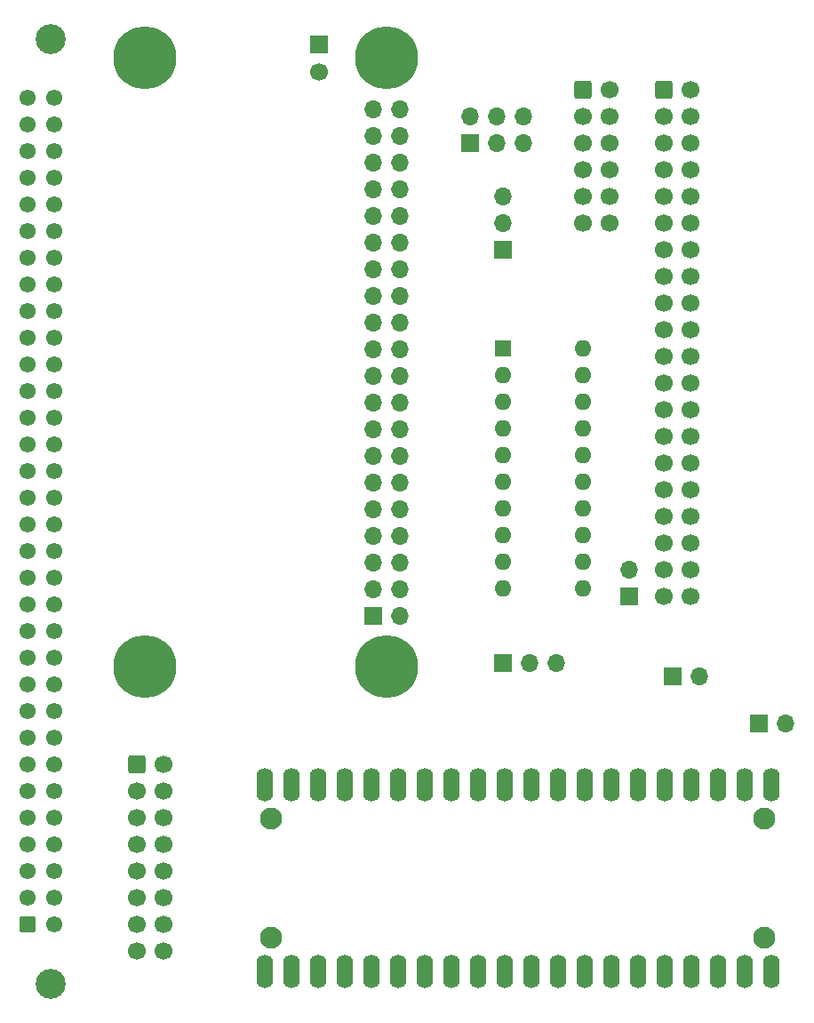
<source format=gbr>
%TF.GenerationSoftware,KiCad,Pcbnew,(6.0.9)*%
%TF.CreationDate,2023-02-25T15:14:18+00:00*%
%TF.ProjectId,Atom_VGA_Tube_Combo,41746f6d-5f56-4474-915f-547562655f43,rev?*%
%TF.SameCoordinates,Original*%
%TF.FileFunction,Soldermask,Bot*%
%TF.FilePolarity,Negative*%
%FSLAX46Y46*%
G04 Gerber Fmt 4.6, Leading zero omitted, Abs format (unit mm)*
G04 Created by KiCad (PCBNEW (6.0.9)) date 2023-02-25 15:14:18*
%MOMM*%
%LPD*%
G01*
G04 APERTURE LIST*
G04 Aperture macros list*
%AMRoundRect*
0 Rectangle with rounded corners*
0 $1 Rounding radius*
0 $2 $3 $4 $5 $6 $7 $8 $9 X,Y pos of 4 corners*
0 Add a 4 corners polygon primitive as box body*
4,1,4,$2,$3,$4,$5,$6,$7,$8,$9,$2,$3,0*
0 Add four circle primitives for the rounded corners*
1,1,$1+$1,$2,$3*
1,1,$1+$1,$4,$5*
1,1,$1+$1,$6,$7*
1,1,$1+$1,$8,$9*
0 Add four rect primitives between the rounded corners*
20,1,$1+$1,$2,$3,$4,$5,0*
20,1,$1+$1,$4,$5,$6,$7,0*
20,1,$1+$1,$6,$7,$8,$9,0*
20,1,$1+$1,$8,$9,$2,$3,0*%
G04 Aperture macros list end*
%ADD10RoundRect,0.250000X-0.600000X-0.600000X0.600000X-0.600000X0.600000X0.600000X-0.600000X0.600000X0*%
%ADD11C,1.700000*%
%ADD12R,1.700000X1.700000*%
%ADD13O,1.700000X1.700000*%
%ADD14C,2.100000*%
%ADD15O,1.600000X3.200000*%
%ADD16C,6.000000*%
%ADD17R,1.600000X1.600000*%
%ADD18O,1.600000X1.600000*%
%ADD19C,2.850000*%
%ADD20RoundRect,0.249999X-0.525001X-0.525001X0.525001X-0.525001X0.525001X0.525001X-0.525001X0.525001X0*%
%ADD21C,1.550000*%
G04 APERTURE END LIST*
D10*
%TO.C,CN2*%
X125366499Y-27198000D03*
D11*
X127906499Y-27198000D03*
X125366499Y-29738000D03*
X127906499Y-29738000D03*
X125366499Y-32278000D03*
X127906499Y-32278000D03*
X125366499Y-34818000D03*
X127906499Y-34818000D03*
X125366499Y-37358000D03*
X127906499Y-37358000D03*
X125366499Y-39898000D03*
X127906499Y-39898000D03*
X125366499Y-42438000D03*
X127906499Y-42438000D03*
X125366499Y-44978000D03*
X127906499Y-44978000D03*
X125366499Y-47518000D03*
X127906499Y-47518000D03*
X125366499Y-50058000D03*
X127906499Y-50058000D03*
X125366499Y-52598000D03*
X127906499Y-52598000D03*
X125366499Y-55138000D03*
X127906499Y-55138000D03*
X125366499Y-57678000D03*
X127906499Y-57678000D03*
X125366499Y-60218000D03*
X127906499Y-60218000D03*
X125366499Y-62758000D03*
X127906499Y-62758000D03*
X125366499Y-65298000D03*
X127906499Y-65298000D03*
X125366499Y-67838000D03*
X127906499Y-67838000D03*
X125366499Y-70378000D03*
X127906499Y-70378000D03*
X125366499Y-72918000D03*
X127906499Y-72918000D03*
X125366499Y-75458000D03*
X127906499Y-75458000D03*
%TD*%
D12*
%TO.C,CN5*%
X126220500Y-83064000D03*
D13*
X128760500Y-83064000D03*
%TD*%
D12*
%TO.C,CN6*%
X106951499Y-32278000D03*
D13*
X106951499Y-29738000D03*
X109491499Y-32278000D03*
X109491499Y-29738000D03*
X112031499Y-32278000D03*
X112031499Y-29738000D03*
%TD*%
D10*
%TO.C,CN4*%
X117692000Y-27198000D03*
D11*
X120232000Y-27198000D03*
X117692000Y-29738000D03*
X120232000Y-29738000D03*
X117692000Y-32278000D03*
X120232000Y-32278000D03*
X117692000Y-34818000D03*
X120232000Y-34818000D03*
X117692000Y-37358000D03*
X120232000Y-37358000D03*
X117692000Y-39898000D03*
X120232000Y-39898000D03*
%TD*%
D12*
%TO.C,J5*%
X92582999Y-22844000D03*
D11*
X92582999Y-25444000D03*
%TD*%
D14*
%TO.C,U1*%
X134988500Y-107986500D03*
X134988500Y-96586500D03*
X87988500Y-96586500D03*
X87988500Y-107986500D03*
D15*
X135618500Y-93396500D03*
X133078500Y-93396500D03*
X130538500Y-93396500D03*
X127998500Y-93396500D03*
X125458500Y-93396500D03*
X122918500Y-93396500D03*
X120378500Y-93396500D03*
X117838500Y-93396500D03*
X115298500Y-93396500D03*
X112758500Y-93396500D03*
X110218500Y-93396500D03*
X107678500Y-93396500D03*
X105138500Y-93396500D03*
X102598500Y-93396500D03*
X100058500Y-93396500D03*
X97518500Y-93396500D03*
X94978500Y-93396500D03*
X92438500Y-93396500D03*
X89898500Y-93396500D03*
X87358500Y-93396500D03*
X87358500Y-111176500D03*
X89898500Y-111176500D03*
X92438500Y-111176500D03*
X94978500Y-111176500D03*
X97518500Y-111176500D03*
X100058500Y-111176500D03*
X102598500Y-111176500D03*
X105138500Y-111176500D03*
X107678500Y-111176500D03*
X110218500Y-111176500D03*
X112758500Y-111176500D03*
X115298500Y-111176500D03*
X117838500Y-111176500D03*
X120378500Y-111176500D03*
X122918500Y-111176500D03*
X125458500Y-111176500D03*
X127998500Y-111176500D03*
X130538500Y-111176500D03*
X133078500Y-111176500D03*
X135618500Y-111176500D03*
%TD*%
D10*
%TO.C,CN3*%
X75184000Y-91460000D03*
D11*
X77724000Y-91460000D03*
X75184000Y-94000000D03*
X77724000Y-94000000D03*
X75184000Y-96540000D03*
X77724000Y-96540000D03*
X75184000Y-99080000D03*
X77724000Y-99080000D03*
X75184000Y-101620000D03*
X77724000Y-101620000D03*
X75184000Y-104160000D03*
X77724000Y-104160000D03*
X75184000Y-106700000D03*
X77724000Y-106700000D03*
X75184000Y-109240000D03*
X77724000Y-109240000D03*
%TD*%
D16*
%TO.C,U2*%
X98954999Y-82150000D03*
X75954999Y-82150000D03*
X75954999Y-24150000D03*
X98954999Y-24150000D03*
D12*
X97684999Y-77280000D03*
D13*
X100224999Y-77280000D03*
X97684999Y-74740000D03*
X100224999Y-74740000D03*
X97684999Y-72200000D03*
X100224999Y-72200000D03*
X97684999Y-69660000D03*
X100224999Y-69660000D03*
X97684999Y-67120000D03*
X100224999Y-67120000D03*
X97684999Y-64580000D03*
X100224999Y-64580000D03*
X97684999Y-62040000D03*
X100224999Y-62040000D03*
X97684999Y-59500000D03*
X100224999Y-59500000D03*
X97684999Y-56960000D03*
X100224999Y-56960000D03*
X97684999Y-54420000D03*
X100224999Y-54420000D03*
X97684999Y-51880000D03*
X100224999Y-51880000D03*
X97684999Y-49340000D03*
X100224999Y-49340000D03*
X97684999Y-46800000D03*
X100224999Y-46800000D03*
X97684999Y-44260000D03*
X100224999Y-44260000D03*
X97684999Y-41720000D03*
X100224999Y-41720000D03*
X97684999Y-39180000D03*
X100224999Y-39180000D03*
X97684999Y-36640000D03*
X100224999Y-36640000D03*
X97684999Y-34100000D03*
X100224999Y-34100000D03*
X97684999Y-31560000D03*
X100224999Y-31560000D03*
X97684999Y-29020000D03*
X100224999Y-29020000D03*
%TD*%
D12*
%TO.C,J1*%
X134494000Y-87550000D03*
D13*
X137034000Y-87550000D03*
%TD*%
D12*
%TO.C,J3*%
X122064499Y-75458000D03*
D13*
X122064499Y-72918000D03*
%TD*%
D12*
%TO.C,J4*%
X110109000Y-81808000D03*
D13*
X112649000Y-81808000D03*
X115189000Y-81808000D03*
%TD*%
D17*
%TO.C,U8*%
X110109000Y-51836000D03*
D18*
X110109000Y-54376000D03*
X110109000Y-56916000D03*
X110109000Y-59456000D03*
X110109000Y-61996000D03*
X110109000Y-64536000D03*
X110109000Y-67076000D03*
X110109000Y-69616000D03*
X110109000Y-72156000D03*
X110109000Y-74696000D03*
X117729000Y-74696000D03*
X117729000Y-72156000D03*
X117729000Y-69616000D03*
X117729000Y-67076000D03*
X117729000Y-64536000D03*
X117729000Y-61996000D03*
X117729000Y-59456000D03*
X117729000Y-56916000D03*
X117729000Y-54376000D03*
X117729000Y-51836000D03*
%TD*%
D12*
%TO.C,J2*%
X110072000Y-42438000D03*
D13*
X110072000Y-39898000D03*
X110072000Y-37358000D03*
%TD*%
D19*
%TO.C,CN1*%
X67010000Y-22330000D03*
X67010000Y-112330000D03*
D20*
X64770000Y-106700000D03*
D21*
X64770000Y-104160000D03*
X64770000Y-101620000D03*
X64770000Y-99080000D03*
X64770000Y-96540000D03*
X64770000Y-94000000D03*
X64770000Y-91460000D03*
X64770000Y-88920000D03*
X64770000Y-86380000D03*
X64770000Y-83840000D03*
X64770000Y-81300000D03*
X64770000Y-78760000D03*
X64770000Y-76220000D03*
X64770000Y-73680000D03*
X64770000Y-71140000D03*
X64770000Y-68600000D03*
X64770000Y-66060000D03*
X64770000Y-63520000D03*
X64770000Y-60980000D03*
X64770000Y-58440000D03*
X64770000Y-55900000D03*
X64770000Y-53360000D03*
X64770000Y-50820000D03*
X64770000Y-48280000D03*
X64770000Y-45740000D03*
X64770000Y-43200000D03*
X64770000Y-40660000D03*
X64770000Y-38120000D03*
X64770000Y-35580000D03*
X64770000Y-33040000D03*
X64770000Y-30500000D03*
X64770000Y-27960000D03*
X67310000Y-106700000D03*
X67310000Y-104160000D03*
X67310000Y-101620000D03*
X67310000Y-99080000D03*
X67310000Y-96540000D03*
X67310000Y-94000000D03*
X67310000Y-91460000D03*
X67310000Y-88920000D03*
X67310000Y-86380000D03*
X67310000Y-83840000D03*
X67310000Y-81300000D03*
X67310000Y-78760000D03*
X67310000Y-76220000D03*
X67310000Y-73680000D03*
X67310000Y-71140000D03*
X67310000Y-68600000D03*
X67310000Y-66060000D03*
X67310000Y-63520000D03*
X67310000Y-60980000D03*
X67310000Y-58440000D03*
X67310000Y-55900000D03*
X67310000Y-53360000D03*
X67310000Y-50820000D03*
X67310000Y-48280000D03*
X67310000Y-45740000D03*
X67310000Y-43200000D03*
X67310000Y-40660000D03*
X67310000Y-38120000D03*
X67310000Y-35580000D03*
X67310000Y-33040000D03*
X67310000Y-30500000D03*
X67310000Y-27960000D03*
%TD*%
M02*

</source>
